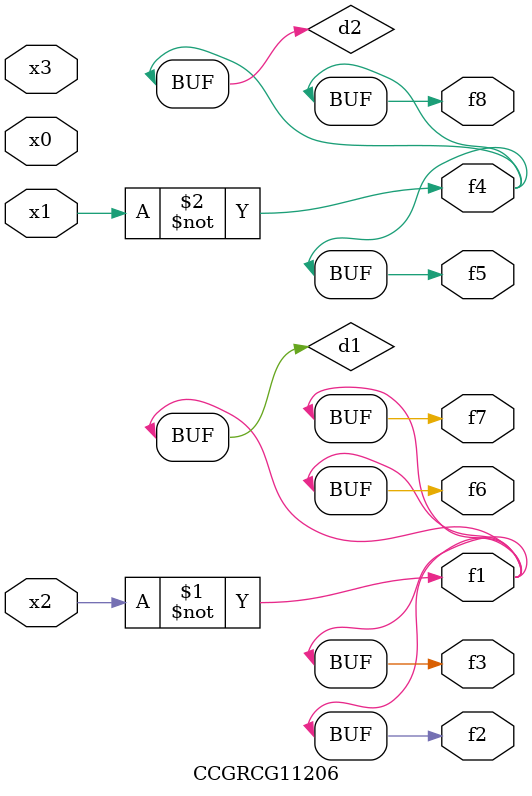
<source format=v>
module CCGRCG11206(
	input x0, x1, x2, x3,
	output f1, f2, f3, f4, f5, f6, f7, f8
);

	wire d1, d2;

	xnor (d1, x2);
	not (d2, x1);
	assign f1 = d1;
	assign f2 = d1;
	assign f3 = d1;
	assign f4 = d2;
	assign f5 = d2;
	assign f6 = d1;
	assign f7 = d1;
	assign f8 = d2;
endmodule

</source>
